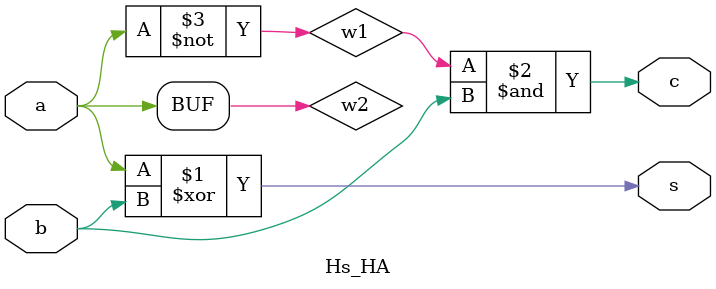
<source format=v>
module Hs_HA(a,b,s,c);
  input a,b;
  output s,c;
  wire w1,w2;
 
  
 not u0(w1,a);
  not u5(w2,w1);
  
  xor u1(s,w2,b);
  and u2(c,w1,b);
endmodule

</source>
